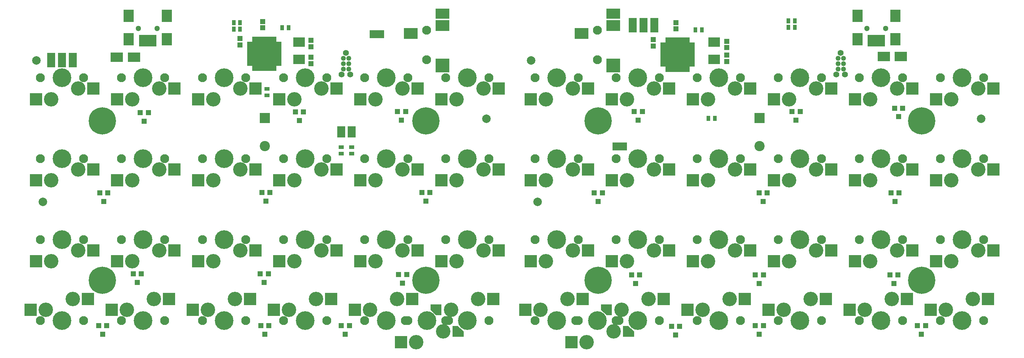
<source format=gbs>
G04 #@! TF.GenerationSoftware,KiCad,Pcbnew,5.0-dev-unknown-9241a39~61~ubuntu17.10.1*
G04 #@! TF.CreationDate,2018-07-19T12:56:27+02:00*
G04 #@! TF.ProjectId,vitamins_included,766974616D696E735F696E636C756465,rev?*
G04 #@! TF.SameCoordinates,Original*
G04 #@! TF.FileFunction,Soldermask,Bot*
G04 #@! TF.FilePolarity,Negative*
%FSLAX46Y46*%
G04 Gerber Fmt 4.6, Leading zero omitted, Abs format (unit mm)*
G04 Created by KiCad (PCBNEW 5.0-dev-unknown-9241a39~61~ubuntu17.10.1) date Thu Jul 19 12:56:27 2018*
%MOMM*%
%LPD*%
G01*
G04 APERTURE LIST*
%ADD10R,2.950000X2.900000*%
%ADD11C,3.400000*%
%ADD12C,2.100000*%
%ADD13C,4.400000*%
%ADD14C,1.400000*%
%ADD15C,0.100000*%
%ADD16C,6.400000*%
%ADD17R,1.150000X1.200000*%
%ADD18C,2.000000*%
%ADD19C,1.300000*%
%ADD20R,0.900000X2.700000*%
%ADD21R,2.400000X2.900000*%
%ADD22R,1.200000X1.300000*%
%ADD23R,0.900000X1.300000*%
%ADD24R,2.800000X2.300000*%
%ADD25R,1.900000X3.400000*%
%ADD26R,3.200000X3.200000*%
%ADD27R,3.200000X2.600000*%
%ADD28R,3.200000X2.400000*%
%ADD29R,3.400000X1.900000*%
%ADD30R,5.480000X5.480000*%
%ADD31R,1.398220X0.699720*%
%ADD32R,0.699720X1.398220*%
%ADD33C,2.400000*%
%ADD34R,2.400000X2.400000*%
%ADD35R,1.300000X0.900000*%
%ADD36R,1.900000X1.400000*%
%ADD37R,2.900000X2.200000*%
%ADD38C,1.187400*%
%ADD39C,1.390600*%
G04 APERTURE END LIST*
D10*
X54960000Y-19390000D03*
X41510000Y-21930000D03*
D11*
X45060000Y-21930000D03*
X51410000Y-19390000D03*
D12*
X42520000Y-16850000D03*
X52680000Y-16850000D03*
D13*
X47600000Y-16850000D03*
D10*
X35910000Y-57490000D03*
X22460000Y-60030000D03*
D11*
X26010000Y-60030000D03*
X32360000Y-57490000D03*
D12*
X23470000Y-54950000D03*
X33630000Y-54950000D03*
D13*
X28550000Y-54950000D03*
D10*
X35910000Y-19390000D03*
X22460000Y-21930000D03*
D11*
X26010000Y-21930000D03*
X32360000Y-19390000D03*
D12*
X23470000Y-16850000D03*
X33630000Y-16850000D03*
D13*
X28550000Y-16850000D03*
D10*
X112110000Y-57490000D03*
X98660000Y-60030000D03*
D11*
X102210000Y-60030000D03*
X108560000Y-57490000D03*
D12*
X99670000Y-54950000D03*
X109830000Y-54950000D03*
D13*
X104750000Y-54950000D03*
D10*
X54960000Y-38440000D03*
X41510000Y-40980000D03*
D11*
X45060000Y-40980000D03*
X51410000Y-38440000D03*
D12*
X42520000Y-35900000D03*
X52680000Y-35900000D03*
D13*
X47600000Y-35900000D03*
D10*
X16860000Y-38440000D03*
X3410000Y-40980000D03*
D11*
X6960000Y-40980000D03*
X13310000Y-38440000D03*
D12*
X4420000Y-35900000D03*
X14580000Y-35900000D03*
D13*
X9500000Y-35900000D03*
D10*
X93060000Y-38440000D03*
X79610000Y-40980000D03*
D11*
X83160000Y-40980000D03*
X89510000Y-38440000D03*
D12*
X80620000Y-35900000D03*
X90780000Y-35900000D03*
D13*
X85700000Y-35900000D03*
D10*
X74010000Y-38440000D03*
X60560000Y-40980000D03*
D11*
X64110000Y-40980000D03*
X70460000Y-38440000D03*
D12*
X61570000Y-35900000D03*
X71730000Y-35900000D03*
D13*
X66650000Y-35900000D03*
D10*
X35910000Y-38440000D03*
X22460000Y-40980000D03*
D11*
X26010000Y-40980000D03*
X32360000Y-38440000D03*
D12*
X23470000Y-35900000D03*
X33630000Y-35900000D03*
D13*
X28550000Y-35900000D03*
D10*
X93060000Y-57490000D03*
X79610000Y-60030000D03*
D11*
X83160000Y-60030000D03*
X89510000Y-57490000D03*
D12*
X80620000Y-54950000D03*
X90780000Y-54950000D03*
D13*
X85700000Y-54950000D03*
D10*
X74010000Y-57490000D03*
X60560000Y-60030000D03*
D11*
X64110000Y-60030000D03*
X70460000Y-57490000D03*
D12*
X61570000Y-54950000D03*
X71730000Y-54950000D03*
D13*
X66650000Y-54950000D03*
D10*
X59290000Y-71460000D03*
X72740000Y-68920000D03*
D11*
X69190000Y-68920000D03*
X62840000Y-71460000D03*
D12*
X71730000Y-74000000D03*
X61570000Y-74000000D03*
D13*
X66650000Y-74000000D03*
D10*
X16860000Y-19390000D03*
X3410000Y-21930000D03*
D11*
X6960000Y-21930000D03*
X13310000Y-19390000D03*
D12*
X4420000Y-16850000D03*
X14580000Y-16850000D03*
D13*
X9500000Y-16850000D03*
D10*
X118390000Y-71460000D03*
X131840000Y-68920000D03*
D11*
X128290000Y-68920000D03*
X121940000Y-71460000D03*
D12*
X130830000Y-74000000D03*
X120670000Y-74000000D03*
D13*
X125750000Y-74000000D03*
D10*
X190260000Y-57490000D03*
X176810000Y-60030000D03*
D11*
X180360000Y-60030000D03*
X186710000Y-57490000D03*
D12*
X177820000Y-54950000D03*
X187980000Y-54950000D03*
D13*
X182900000Y-54950000D03*
D10*
X228360000Y-38440000D03*
X214910000Y-40980000D03*
D11*
X218460000Y-40980000D03*
X224810000Y-38440000D03*
D12*
X215920000Y-35900000D03*
X226080000Y-35900000D03*
D13*
X221000000Y-35900000D03*
D10*
X209310000Y-57490000D03*
X195860000Y-60030000D03*
D11*
X199410000Y-60030000D03*
X205760000Y-57490000D03*
D12*
X196870000Y-54950000D03*
X207030000Y-54950000D03*
D13*
X201950000Y-54950000D03*
D14*
X142635000Y-76540000D03*
D15*
G36*
X143196000Y-75840000D02*
X143335000Y-75840000D01*
X143335000Y-75976275D01*
X143910000Y-76540000D01*
X143910000Y-77790000D01*
X141360000Y-77790000D01*
X141360000Y-75290000D01*
X142635000Y-75290000D01*
X143196000Y-75840000D01*
X143196000Y-75840000D01*
G37*
D10*
X129185000Y-79080000D03*
D11*
X132735000Y-79080000D03*
X139085000Y-76540000D03*
D12*
X130195000Y-74000000D03*
X140355000Y-74000000D03*
D13*
X135275000Y-74000000D03*
D14*
X137440000Y-71460000D03*
D15*
G36*
X136879000Y-72160000D02*
X136740000Y-72160000D01*
X136740000Y-72023725D01*
X136165000Y-71460000D01*
X136165000Y-70210000D01*
X138715000Y-70210000D01*
X138715000Y-72710000D01*
X137440000Y-72710000D01*
X136879000Y-72160000D01*
X136879000Y-72160000D01*
G37*
D10*
X150890000Y-68920000D03*
D11*
X147340000Y-68920000D03*
X140990000Y-71460000D03*
D12*
X149880000Y-74000000D03*
X139720000Y-74000000D03*
D13*
X144800000Y-74000000D03*
D10*
X228360000Y-57490000D03*
X214910000Y-60030000D03*
D11*
X218460000Y-60030000D03*
X224810000Y-57490000D03*
D12*
X215920000Y-54950000D03*
X226080000Y-54950000D03*
D13*
X221000000Y-54950000D03*
D10*
X156490000Y-71460000D03*
X169940000Y-68920000D03*
D11*
X166390000Y-68920000D03*
X160040000Y-71460000D03*
D12*
X168930000Y-74000000D03*
X158770000Y-74000000D03*
D13*
X163850000Y-74000000D03*
D10*
X209310000Y-38440000D03*
X195860000Y-40980000D03*
D11*
X199410000Y-40980000D03*
X205760000Y-38440000D03*
D12*
X196870000Y-35900000D03*
X207030000Y-35900000D03*
D13*
X201950000Y-35900000D03*
D10*
X190260000Y-19390000D03*
X176810000Y-21930000D03*
D11*
X180360000Y-21930000D03*
X186710000Y-19390000D03*
D12*
X177820000Y-16850000D03*
X187980000Y-16850000D03*
D13*
X182900000Y-16850000D03*
D10*
X190260000Y-38440000D03*
X176810000Y-40980000D03*
D11*
X180360000Y-40980000D03*
X186710000Y-38440000D03*
D12*
X177820000Y-35900000D03*
X187980000Y-35900000D03*
D13*
X182900000Y-35900000D03*
D10*
X213640000Y-71460000D03*
X227090000Y-68920000D03*
D11*
X223540000Y-68920000D03*
X217190000Y-71460000D03*
D12*
X226080000Y-74000000D03*
X215920000Y-74000000D03*
D13*
X221000000Y-74000000D03*
D10*
X194590000Y-71460000D03*
X208040000Y-68920000D03*
D11*
X204490000Y-68920000D03*
X198140000Y-71460000D03*
D12*
X207030000Y-74000000D03*
X196870000Y-74000000D03*
D13*
X201950000Y-74000000D03*
D10*
X171210000Y-38440000D03*
X157760000Y-40980000D03*
D11*
X161310000Y-40980000D03*
X167660000Y-38440000D03*
D12*
X158770000Y-35900000D03*
X168930000Y-35900000D03*
D13*
X163850000Y-35900000D03*
D10*
X171210000Y-57490000D03*
X157760000Y-60030000D03*
D11*
X161310000Y-60030000D03*
X167660000Y-57490000D03*
D12*
X158770000Y-54950000D03*
X168930000Y-54950000D03*
D13*
X163850000Y-54950000D03*
D10*
X152160000Y-38440000D03*
X138710000Y-40980000D03*
D11*
X142260000Y-40980000D03*
X148610000Y-38440000D03*
D12*
X139720000Y-35900000D03*
X149880000Y-35900000D03*
D13*
X144800000Y-35900000D03*
D10*
X152160000Y-19390000D03*
X138710000Y-21930000D03*
D11*
X142260000Y-21930000D03*
X148610000Y-19390000D03*
D12*
X139720000Y-16850000D03*
X149880000Y-16850000D03*
D13*
X144800000Y-16850000D03*
D10*
X209310000Y-19390000D03*
X195860000Y-21930000D03*
D11*
X199410000Y-21930000D03*
X205760000Y-19390000D03*
D12*
X196870000Y-16850000D03*
X207030000Y-16850000D03*
D13*
X201950000Y-16850000D03*
D10*
X175540000Y-71460000D03*
X188990000Y-68920000D03*
D11*
X185440000Y-68920000D03*
X179090000Y-71460000D03*
D12*
X187980000Y-74000000D03*
X177820000Y-74000000D03*
D13*
X182900000Y-74000000D03*
D10*
X228360000Y-19390000D03*
X214910000Y-21930000D03*
D11*
X218460000Y-21930000D03*
X224810000Y-19390000D03*
D12*
X215920000Y-16850000D03*
X226080000Y-16850000D03*
D13*
X221000000Y-16850000D03*
D10*
X152160000Y-57490000D03*
X138710000Y-60030000D03*
D11*
X142260000Y-60030000D03*
X148610000Y-57490000D03*
D12*
X139720000Y-54950000D03*
X149880000Y-54950000D03*
D13*
X144800000Y-54950000D03*
D10*
X171210000Y-19390000D03*
X157760000Y-21930000D03*
D11*
X161310000Y-21930000D03*
X167660000Y-19390000D03*
D12*
X158770000Y-16850000D03*
X168930000Y-16850000D03*
D13*
X163850000Y-16850000D03*
D10*
X133110000Y-38440000D03*
X119660000Y-40980000D03*
D11*
X123210000Y-40980000D03*
X129560000Y-38440000D03*
D12*
X120670000Y-35900000D03*
X130830000Y-35900000D03*
D13*
X125750000Y-35900000D03*
D10*
X133110000Y-19390000D03*
X119660000Y-21930000D03*
D11*
X123210000Y-21930000D03*
X129560000Y-19390000D03*
D12*
X120670000Y-16850000D03*
X130830000Y-16850000D03*
D13*
X125750000Y-16850000D03*
D10*
X133110000Y-57490000D03*
X119660000Y-60030000D03*
D11*
X123210000Y-60030000D03*
X129560000Y-57490000D03*
D12*
X120670000Y-54950000D03*
X130830000Y-54950000D03*
D13*
X125750000Y-54950000D03*
D10*
X2140000Y-71460000D03*
X15590000Y-68920000D03*
D11*
X12040000Y-68920000D03*
X5690000Y-71460000D03*
D12*
X14580000Y-74000000D03*
X4420000Y-74000000D03*
D13*
X9500000Y-74000000D03*
D10*
X112110000Y-38440000D03*
X98660000Y-40980000D03*
D11*
X102210000Y-40980000D03*
X108560000Y-38440000D03*
D12*
X99670000Y-35900000D03*
X109830000Y-35900000D03*
D13*
X104750000Y-35900000D03*
D10*
X40240000Y-71460000D03*
X53690000Y-68920000D03*
D11*
X50140000Y-68920000D03*
X43790000Y-71460000D03*
D12*
X52680000Y-74000000D03*
X42520000Y-74000000D03*
D13*
X47600000Y-74000000D03*
D10*
X78340000Y-71460000D03*
X91790000Y-68920000D03*
D11*
X88240000Y-68920000D03*
X81890000Y-71460000D03*
D12*
X90780000Y-74000000D03*
X80620000Y-74000000D03*
D13*
X85700000Y-74000000D03*
D14*
X102585000Y-76540000D03*
D15*
G36*
X103146000Y-75840000D02*
X103285000Y-75840000D01*
X103285000Y-75976275D01*
X103860000Y-76540000D01*
X103860000Y-77790000D01*
X101310000Y-77790000D01*
X101310000Y-75290000D01*
X102585000Y-75290000D01*
X103146000Y-75840000D01*
X103146000Y-75840000D01*
G37*
D10*
X89135000Y-79080000D03*
D11*
X92685000Y-79080000D03*
X99035000Y-76540000D03*
D12*
X90145000Y-74000000D03*
X100305000Y-74000000D03*
D13*
X95225000Y-74000000D03*
D14*
X97390000Y-71460000D03*
D15*
G36*
X96829000Y-72160000D02*
X96690000Y-72160000D01*
X96690000Y-72023725D01*
X96115000Y-71460000D01*
X96115000Y-70210000D01*
X98665000Y-70210000D01*
X98665000Y-72710000D01*
X97390000Y-72710000D01*
X96829000Y-72160000D01*
X96829000Y-72160000D01*
G37*
D10*
X110840000Y-68920000D03*
D11*
X107290000Y-68920000D03*
X100940000Y-71460000D03*
D12*
X109830000Y-74000000D03*
X99670000Y-74000000D03*
D13*
X104750000Y-74000000D03*
D10*
X112110000Y-19390000D03*
X98660000Y-21930000D03*
D11*
X102210000Y-21930000D03*
X108560000Y-19390000D03*
D12*
X99670000Y-16850000D03*
X109830000Y-16850000D03*
D13*
X104750000Y-16850000D03*
D10*
X54960000Y-57490000D03*
X41510000Y-60030000D03*
D11*
X45060000Y-60030000D03*
X51410000Y-57490000D03*
D12*
X42520000Y-54950000D03*
X52680000Y-54950000D03*
D13*
X47600000Y-54950000D03*
D10*
X74010000Y-19390000D03*
X60560000Y-21930000D03*
D11*
X64110000Y-21930000D03*
X70460000Y-19390000D03*
D12*
X61570000Y-16850000D03*
X71730000Y-16850000D03*
D13*
X66650000Y-16850000D03*
D10*
X93060000Y-19390000D03*
X79610000Y-21930000D03*
D11*
X83160000Y-21930000D03*
X89510000Y-19390000D03*
D12*
X80620000Y-16850000D03*
X90780000Y-16850000D03*
D13*
X85700000Y-16850000D03*
D10*
X16860000Y-57490000D03*
X3410000Y-60030000D03*
D11*
X6960000Y-60030000D03*
X13310000Y-57490000D03*
D12*
X4420000Y-54950000D03*
X14580000Y-54950000D03*
D13*
X9500000Y-54950000D03*
D10*
X21190000Y-71460000D03*
X34640000Y-68920000D03*
D11*
X31090000Y-68920000D03*
X24740000Y-71460000D03*
D12*
X33630000Y-74000000D03*
X23470000Y-74000000D03*
D13*
X28550000Y-74000000D03*
D16*
X19000000Y-27000000D03*
X211500000Y-27000000D03*
D17*
X51334000Y-9139000D03*
X51334000Y-7639000D03*
D18*
X3500000Y-12750000D03*
D19*
X203050000Y-5250000D03*
X198650000Y-5250000D03*
D20*
X202450000Y-8150000D03*
X201650000Y-8150000D03*
X200850000Y-8150000D03*
X200050000Y-8150000D03*
X199250000Y-8150000D03*
D21*
X196400000Y-2250000D03*
X205300000Y-2250000D03*
X205300000Y-7750000D03*
X196400000Y-7750000D03*
D22*
X204981000Y-65269000D03*
X205931000Y-63269000D03*
X204031000Y-63269000D03*
X135512000Y-45965000D03*
X136462000Y-43965000D03*
X134562000Y-43965000D03*
D23*
X180228000Y-3436000D03*
X181728000Y-3436000D03*
X181728000Y-4960000D03*
X180228000Y-4960000D03*
D24*
X162750000Y-8450000D03*
X162750000Y-12550000D03*
D25*
X148720000Y-4452000D03*
X146180000Y-4452000D03*
X143640000Y-4452000D03*
D12*
X135307500Y-5628000D03*
X135307500Y-12628000D03*
D26*
X139007500Y-13928000D03*
D27*
X139007500Y-4528000D03*
X131607500Y-6428000D03*
D28*
X139007500Y-1728000D03*
D29*
X140592000Y-33027000D03*
D17*
X165750000Y-13000000D03*
X165750000Y-11500000D03*
D22*
X173358000Y-77207000D03*
X174308000Y-75207000D03*
X172408000Y-75207000D03*
X181044000Y-24788000D03*
X182944000Y-24788000D03*
X181994000Y-26788000D03*
D17*
X148409000Y-7877000D03*
X148409000Y-9377000D03*
D22*
X172408000Y-63269000D03*
X174308000Y-63269000D03*
X173358000Y-65269000D03*
X152723000Y-75334000D03*
X154623000Y-75334000D03*
X153673000Y-77334000D03*
D16*
X135500000Y-27000000D03*
D30*
X154142518Y-11411000D03*
D31*
X150794798Y-8911640D03*
X150794798Y-9412020D03*
X150794798Y-9912400D03*
X150794798Y-10412780D03*
X150794798Y-10913160D03*
X150794798Y-11411000D03*
X150794798Y-11908840D03*
X150794798Y-12409220D03*
X150794798Y-12909600D03*
X150794798Y-13409980D03*
X150794798Y-13910360D03*
D32*
X151643158Y-14758720D03*
X152143538Y-14758720D03*
X152643918Y-14758720D03*
X153144298Y-14758720D03*
X153644678Y-14758720D03*
X154142518Y-14758720D03*
X154640358Y-14758720D03*
X155140738Y-14758720D03*
X155641118Y-14758720D03*
X156141498Y-14758720D03*
X156641878Y-14758720D03*
D31*
X157490238Y-13910360D03*
X157490238Y-13409980D03*
X157490238Y-12909600D03*
X157490238Y-12409220D03*
X157490238Y-11908840D03*
X157490238Y-11411000D03*
X157490238Y-10913160D03*
X157490238Y-10412780D03*
X157490238Y-9912400D03*
X157490238Y-9412020D03*
X157490238Y-8911640D03*
D32*
X156641878Y-8063280D03*
X156141498Y-8063280D03*
X155641118Y-8063280D03*
X155140738Y-8063280D03*
X154640358Y-8063280D03*
X154142518Y-8063280D03*
X153644678Y-8063280D03*
X153144298Y-8063280D03*
X152643918Y-8063280D03*
X152143538Y-8063280D03*
X151643158Y-8063280D03*
D23*
X162932000Y-26423000D03*
X161432000Y-26423000D03*
D18*
X225500000Y-26500000D03*
D22*
X144275000Y-65269000D03*
X145225000Y-63269000D03*
X143325000Y-63269000D03*
D18*
X119750000Y-12750000D03*
D16*
X211500000Y-64500000D03*
D22*
X211458000Y-77207000D03*
X212408000Y-75207000D03*
X210508000Y-75207000D03*
D23*
X158384000Y-5595000D03*
X159884000Y-5595000D03*
D22*
X173297000Y-43965000D03*
X175197000Y-43965000D03*
X174247000Y-45965000D03*
X206085000Y-25988000D03*
X207035000Y-23988000D03*
X205135000Y-23988000D03*
D17*
X153743000Y-5338400D03*
X153743000Y-3838400D03*
D22*
X144910000Y-26788000D03*
X145860000Y-24788000D03*
X143960000Y-24788000D03*
D17*
X165750000Y-8250000D03*
X165750000Y-9750000D03*
D22*
X205235000Y-45965000D03*
X206185000Y-43965000D03*
X204285000Y-43965000D03*
D18*
X121250000Y-46000000D03*
D16*
X135500000Y-64473000D03*
D33*
X173426000Y-32896000D03*
D34*
X173426000Y-26296000D03*
D22*
X65281000Y-26915000D03*
X66231000Y-24915000D03*
X64331000Y-24915000D03*
X57026000Y-65015000D03*
X57976000Y-63015000D03*
X56076000Y-63015000D03*
X94049000Y-43838000D03*
X95949000Y-43838000D03*
X94999000Y-45838000D03*
D18*
X109250000Y-26500000D03*
D35*
X75146500Y-34666000D03*
X75146500Y-33166000D03*
D36*
X75146500Y-30233000D03*
X75146500Y-28963000D03*
D22*
X76076000Y-77207000D03*
X77026000Y-75207000D03*
X75126000Y-75207000D03*
D23*
X49862500Y-3880500D03*
X51362500Y-3880500D03*
D22*
X88334000Y-24788000D03*
X90234000Y-24788000D03*
X89284000Y-26788000D03*
X27181000Y-65015000D03*
X28131000Y-63015000D03*
X26231000Y-63015000D03*
D32*
X54568158Y-7825280D03*
X55068538Y-7825280D03*
X55568918Y-7825280D03*
X56069298Y-7825280D03*
X56569678Y-7825280D03*
X57067518Y-7825280D03*
X57565358Y-7825280D03*
X58065738Y-7825280D03*
X58566118Y-7825280D03*
X59066498Y-7825280D03*
X59566878Y-7825280D03*
D31*
X60415238Y-8673640D03*
X60415238Y-9174020D03*
X60415238Y-9674400D03*
X60415238Y-10174780D03*
X60415238Y-10675160D03*
X60415238Y-11173000D03*
X60415238Y-11670840D03*
X60415238Y-12171220D03*
X60415238Y-12671600D03*
X60415238Y-13171980D03*
X60415238Y-13672360D03*
D32*
X59566878Y-14520720D03*
X59066498Y-14520720D03*
X58566118Y-14520720D03*
X58065738Y-14520720D03*
X57565358Y-14520720D03*
X57067518Y-14520720D03*
X56569678Y-14520720D03*
X56069298Y-14520720D03*
X55568918Y-14520720D03*
X55068538Y-14520720D03*
X54568158Y-14520720D03*
D31*
X53719798Y-13672360D03*
X53719798Y-13171980D03*
X53719798Y-12671600D03*
X53719798Y-12171220D03*
X53719798Y-11670840D03*
X53719798Y-11173000D03*
X53719798Y-10675160D03*
X53719798Y-10174780D03*
X53719798Y-9674400D03*
X53719798Y-9174020D03*
X53719798Y-8673640D03*
D30*
X57067518Y-11173000D03*
D22*
X18103000Y-75207000D03*
X20003000Y-75207000D03*
X19053000Y-77207000D03*
D29*
X83465000Y-6611000D03*
D18*
X5000000Y-46000000D03*
D23*
X51362500Y-5404500D03*
X49862500Y-5404500D03*
D22*
X19307000Y-45965000D03*
X20257000Y-43965000D03*
X18357000Y-43965000D03*
D16*
X95000000Y-27000000D03*
X95000000Y-64500000D03*
D35*
X77559500Y-33166000D03*
X77559500Y-34666000D03*
D22*
X89538000Y-65142000D03*
X90488000Y-63142000D03*
X88588000Y-63142000D03*
X57153000Y-77207000D03*
X58103000Y-75207000D03*
X56203000Y-75207000D03*
D21*
X25200000Y-7750000D03*
X34100000Y-7750000D03*
X34100000Y-2250000D03*
X25200000Y-2250000D03*
D20*
X28050000Y-8150000D03*
X28850000Y-8150000D03*
X29650000Y-8150000D03*
X30450000Y-8150000D03*
X31250000Y-8150000D03*
D19*
X27450000Y-5250000D03*
X31850000Y-5250000D03*
D22*
X57407000Y-45838000D03*
X58357000Y-43838000D03*
X56457000Y-43838000D03*
X27882000Y-25042000D03*
X29782000Y-25042000D03*
X28832000Y-27042000D03*
D17*
X56668000Y-3600400D03*
X56668000Y-5100400D03*
X68000000Y-12000000D03*
X68000000Y-13500000D03*
D36*
X77559500Y-28963000D03*
X77559500Y-30233000D03*
D34*
X57176000Y-26296000D03*
D33*
X57176000Y-32896000D03*
D35*
X57684000Y-20950000D03*
X57684000Y-19450000D03*
D23*
X61229000Y-5087000D03*
X62729000Y-5087000D03*
D24*
X65250000Y-12550000D03*
X65250000Y-8450000D03*
D28*
X98892500Y-1728000D03*
D27*
X91492500Y-6428000D03*
X98892500Y-4528000D03*
D26*
X98892500Y-13928000D03*
D12*
X95192500Y-12628000D03*
X95192500Y-5628000D03*
D16*
X19000000Y-64500000D03*
D25*
X6960000Y-12658000D03*
X9500000Y-12658000D03*
X12040000Y-12658000D03*
D17*
X68000000Y-9520000D03*
X68000000Y-8020000D03*
D37*
X26400000Y-12000000D03*
X22400000Y-12000000D03*
X206600000Y-11800000D03*
X202600000Y-11800000D03*
D38*
X75615000Y-14770000D03*
X76885000Y-14770000D03*
X75615000Y-13500000D03*
X76885000Y-13500000D03*
X75615000Y-12230000D03*
X76885000Y-12230000D03*
D39*
X76250000Y-10960000D03*
X77266000Y-16040000D03*
X75234000Y-16040000D03*
X191484000Y-16040000D03*
X193516000Y-16040000D03*
X192500000Y-10960000D03*
D38*
X193135000Y-12230000D03*
X191865000Y-12230000D03*
X193135000Y-13500000D03*
X191865000Y-13500000D03*
X193135000Y-14770000D03*
X191865000Y-14770000D03*
M02*

</source>
